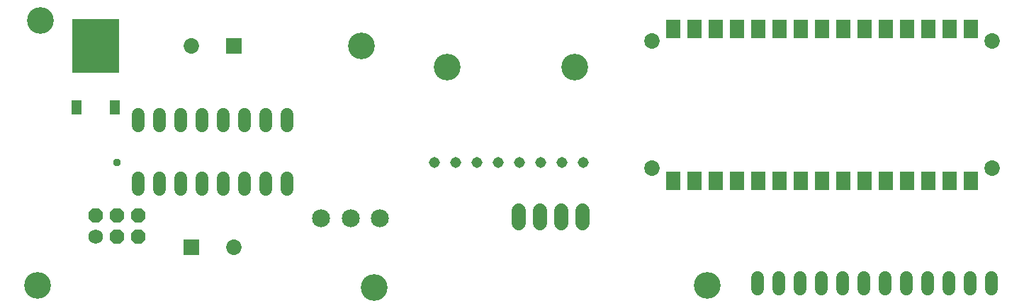
<source format=gbr>
G04 EAGLE Gerber RS-274X export*
G75*
%MOMM*%
%FSLAX34Y34*%
%LPD*%
%INSoldermask Top*%
%IPPOS*%
%AMOC8*
5,1,8,0,0,1.08239X$1,22.5*%
G01*
%ADD10C,3.203200*%
%ADD11C,1.524000*%
%ADD12R,5.603200X6.403200*%
%ADD13R,1.203200X1.803200*%
%ADD14C,2.153200*%
%ADD15R,1.853200X1.853200*%
%ADD16C,1.853200*%
%ADD17C,1.727200*%
%ADD18P,1.869504X8X22.600000*%
%ADD19C,1.311200*%
%ADD20C,1.854200*%
%ADD21R,1.763200X2.203200*%
%ADD22C,1.727200*%
%ADD23C,0.959600*%


D10*
X406400Y347500D03*
X421800Y58100D03*
X23180Y377980D03*
X20000Y60000D03*
X820000Y60000D03*
D11*
X139700Y175796D02*
X139700Y189004D01*
X165100Y189004D02*
X165100Y175796D01*
X292100Y175796D02*
X292100Y189004D01*
X317500Y189004D02*
X317500Y175796D01*
X190500Y175796D02*
X190500Y189004D01*
X215900Y189004D02*
X215900Y175796D01*
X266700Y175796D02*
X266700Y189004D01*
X241300Y189004D02*
X241300Y175796D01*
X317500Y251996D02*
X317500Y265204D01*
X292100Y265204D02*
X292100Y251996D01*
X266700Y251996D02*
X266700Y265204D01*
X241300Y265204D02*
X241300Y251996D01*
X215900Y251996D02*
X215900Y265204D01*
X190500Y265204D02*
X190500Y251996D01*
X165100Y251996D02*
X165100Y265204D01*
X139700Y265204D02*
X139700Y251996D01*
D12*
X88900Y347100D03*
D13*
X66100Y274100D03*
X111700Y274100D03*
D14*
X393700Y140500D03*
X428700Y140500D03*
X358700Y140500D03*
D15*
X203200Y106200D03*
D16*
X254000Y106200D03*
D15*
X254000Y347500D03*
D16*
X203200Y347500D03*
D17*
X88922Y118856D03*
D18*
X114322Y118900D03*
X139722Y118944D03*
X88878Y144256D03*
X114278Y144300D03*
X139678Y144344D03*
D10*
X508920Y322180D03*
X661320Y322180D03*
D19*
X493520Y207880D03*
X518920Y207880D03*
X544320Y207880D03*
X569720Y207880D03*
X595120Y207880D03*
X620520Y207880D03*
X645920Y207880D03*
X671320Y207880D03*
D20*
X1159800Y352900D03*
X1159800Y200500D03*
X753400Y200500D03*
X753400Y352900D03*
D21*
X1134400Y367700D03*
X1109000Y367700D03*
X1083600Y367700D03*
X1058200Y367700D03*
X1032800Y367700D03*
X1007400Y367700D03*
X982000Y367700D03*
X956600Y367700D03*
X931200Y367700D03*
X905800Y367700D03*
X880400Y367700D03*
X855000Y367700D03*
X829600Y367700D03*
X804200Y367700D03*
X778800Y367700D03*
X778800Y185700D03*
X804200Y185700D03*
X829600Y185700D03*
X855000Y185700D03*
X880400Y185700D03*
X905800Y185700D03*
X931200Y185700D03*
X956600Y185700D03*
X982000Y185700D03*
X1007400Y185700D03*
X1032800Y185700D03*
X1058200Y185700D03*
X1083600Y185700D03*
X1109000Y185700D03*
X1134400Y185700D03*
D11*
X879600Y69304D02*
X879600Y56096D01*
X905000Y56096D02*
X905000Y69304D01*
X930400Y69304D02*
X930400Y56096D01*
X955800Y56096D02*
X955800Y69304D01*
X981200Y69304D02*
X981200Y56096D01*
X1006600Y56096D02*
X1006600Y69304D01*
X1032000Y69304D02*
X1032000Y56096D01*
X1057400Y56096D02*
X1057400Y69304D01*
X1082800Y69304D02*
X1082800Y56096D01*
X1108200Y56096D02*
X1108200Y69304D01*
X1133600Y69304D02*
X1133600Y56096D01*
X1159000Y56096D02*
X1159000Y69304D01*
D22*
X670940Y134900D02*
X670940Y150140D01*
X645540Y150140D02*
X645540Y134900D01*
X620140Y134900D02*
X620140Y150140D01*
X594740Y150140D02*
X594740Y134900D01*
D23*
X114300Y207800D03*
M02*

</source>
